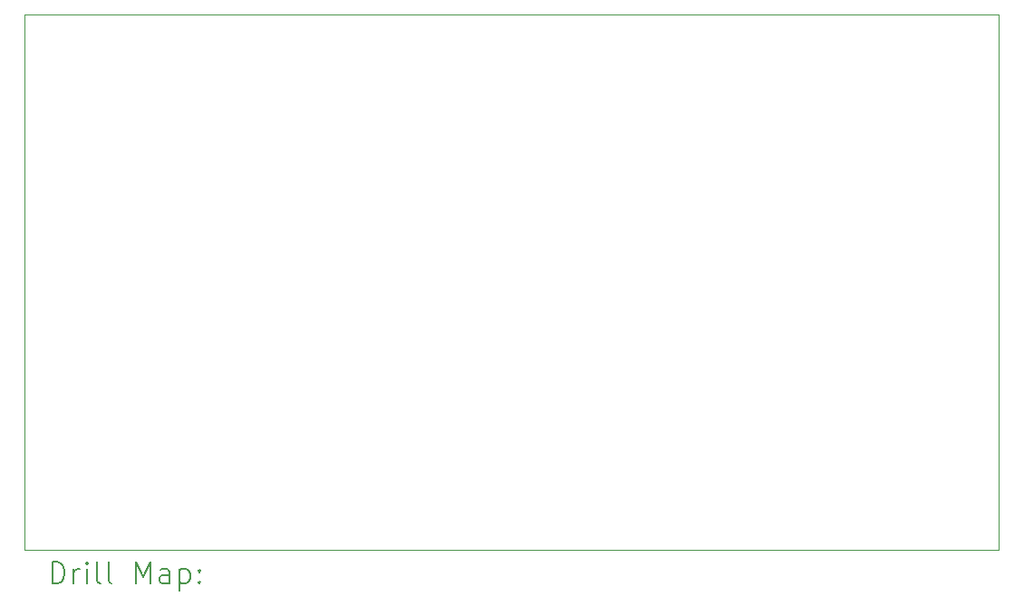
<source format=gbr>
%TF.GenerationSoftware,KiCad,Pcbnew,7.0.6*%
%TF.CreationDate,2024-06-09T16:47:21+02:00*%
%TF.ProjectId,nRF52832_visitcard,6e524635-3238-4333-925f-766973697463,v0.1*%
%TF.SameCoordinates,Original*%
%TF.FileFunction,Drillmap*%
%TF.FilePolarity,Positive*%
%FSLAX45Y45*%
G04 Gerber Fmt 4.5, Leading zero omitted, Abs format (unit mm)*
G04 Created by KiCad (PCBNEW 7.0.6) date 2024-06-09 16:47:21*
%MOMM*%
%LPD*%
G01*
G04 APERTURE LIST*
%ADD10C,0.100000*%
%ADD11C,0.200000*%
G04 APERTURE END LIST*
D10*
X10000000Y-8000000D02*
X19100000Y-8000000D01*
X19100000Y-13000000D01*
X10000000Y-13000000D01*
X10000000Y-8000000D01*
D11*
X10255777Y-13316484D02*
X10255777Y-13116484D01*
X10255777Y-13116484D02*
X10303396Y-13116484D01*
X10303396Y-13116484D02*
X10331967Y-13126008D01*
X10331967Y-13126008D02*
X10351015Y-13145055D01*
X10351015Y-13145055D02*
X10360539Y-13164103D01*
X10360539Y-13164103D02*
X10370063Y-13202198D01*
X10370063Y-13202198D02*
X10370063Y-13230769D01*
X10370063Y-13230769D02*
X10360539Y-13268865D01*
X10360539Y-13268865D02*
X10351015Y-13287912D01*
X10351015Y-13287912D02*
X10331967Y-13306960D01*
X10331967Y-13306960D02*
X10303396Y-13316484D01*
X10303396Y-13316484D02*
X10255777Y-13316484D01*
X10455777Y-13316484D02*
X10455777Y-13183150D01*
X10455777Y-13221246D02*
X10465301Y-13202198D01*
X10465301Y-13202198D02*
X10474824Y-13192674D01*
X10474824Y-13192674D02*
X10493872Y-13183150D01*
X10493872Y-13183150D02*
X10512920Y-13183150D01*
X10579586Y-13316484D02*
X10579586Y-13183150D01*
X10579586Y-13116484D02*
X10570063Y-13126008D01*
X10570063Y-13126008D02*
X10579586Y-13135531D01*
X10579586Y-13135531D02*
X10589110Y-13126008D01*
X10589110Y-13126008D02*
X10579586Y-13116484D01*
X10579586Y-13116484D02*
X10579586Y-13135531D01*
X10703396Y-13316484D02*
X10684348Y-13306960D01*
X10684348Y-13306960D02*
X10674824Y-13287912D01*
X10674824Y-13287912D02*
X10674824Y-13116484D01*
X10808158Y-13316484D02*
X10789110Y-13306960D01*
X10789110Y-13306960D02*
X10779586Y-13287912D01*
X10779586Y-13287912D02*
X10779586Y-13116484D01*
X11036729Y-13316484D02*
X11036729Y-13116484D01*
X11036729Y-13116484D02*
X11103396Y-13259341D01*
X11103396Y-13259341D02*
X11170063Y-13116484D01*
X11170063Y-13116484D02*
X11170063Y-13316484D01*
X11351015Y-13316484D02*
X11351015Y-13211722D01*
X11351015Y-13211722D02*
X11341491Y-13192674D01*
X11341491Y-13192674D02*
X11322443Y-13183150D01*
X11322443Y-13183150D02*
X11284348Y-13183150D01*
X11284348Y-13183150D02*
X11265301Y-13192674D01*
X11351015Y-13306960D02*
X11331967Y-13316484D01*
X11331967Y-13316484D02*
X11284348Y-13316484D01*
X11284348Y-13316484D02*
X11265301Y-13306960D01*
X11265301Y-13306960D02*
X11255777Y-13287912D01*
X11255777Y-13287912D02*
X11255777Y-13268865D01*
X11255777Y-13268865D02*
X11265301Y-13249817D01*
X11265301Y-13249817D02*
X11284348Y-13240293D01*
X11284348Y-13240293D02*
X11331967Y-13240293D01*
X11331967Y-13240293D02*
X11351015Y-13230769D01*
X11446253Y-13183150D02*
X11446253Y-13383150D01*
X11446253Y-13192674D02*
X11465301Y-13183150D01*
X11465301Y-13183150D02*
X11503396Y-13183150D01*
X11503396Y-13183150D02*
X11522443Y-13192674D01*
X11522443Y-13192674D02*
X11531967Y-13202198D01*
X11531967Y-13202198D02*
X11541491Y-13221246D01*
X11541491Y-13221246D02*
X11541491Y-13278388D01*
X11541491Y-13278388D02*
X11531967Y-13297436D01*
X11531967Y-13297436D02*
X11522443Y-13306960D01*
X11522443Y-13306960D02*
X11503396Y-13316484D01*
X11503396Y-13316484D02*
X11465301Y-13316484D01*
X11465301Y-13316484D02*
X11446253Y-13306960D01*
X11627205Y-13297436D02*
X11636729Y-13306960D01*
X11636729Y-13306960D02*
X11627205Y-13316484D01*
X11627205Y-13316484D02*
X11617682Y-13306960D01*
X11617682Y-13306960D02*
X11627205Y-13297436D01*
X11627205Y-13297436D02*
X11627205Y-13316484D01*
X11627205Y-13192674D02*
X11636729Y-13202198D01*
X11636729Y-13202198D02*
X11627205Y-13211722D01*
X11627205Y-13211722D02*
X11617682Y-13202198D01*
X11617682Y-13202198D02*
X11627205Y-13192674D01*
X11627205Y-13192674D02*
X11627205Y-13211722D01*
M02*

</source>
